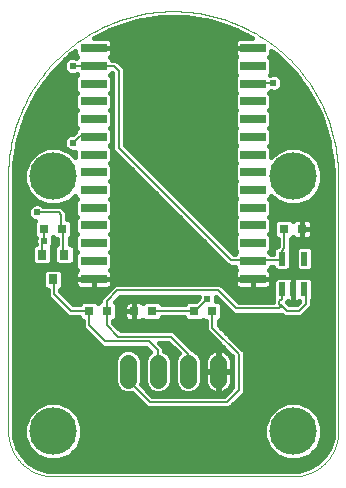
<source format=gtl>
G75*
%MOIN*%
%OFA0B0*%
%FSLAX25Y25*%
%IPPOS*%
%LPD*%
%AMOC8*
5,1,8,0,0,1.08239X$1,22.5*
%
%ADD10R,0.03150X0.03543*%
%ADD11C,0.00000*%
%ADD12C,0.05543*%
%ADD13C,0.15811*%
%ADD14R,0.02165X0.04724*%
%ADD15R,0.08661X0.03150*%
%ADD16R,0.03150X0.03150*%
%ADD17C,0.01600*%
%ADD18C,0.02400*%
%ADD19C,0.00600*%
D10*
X0021800Y0084675D03*
X0018060Y0092943D03*
X0025540Y0092943D03*
D11*
X0006800Y0119006D02*
X0006800Y0034006D01*
X0006804Y0033644D01*
X0006818Y0033281D01*
X0006839Y0032919D01*
X0006870Y0032558D01*
X0006909Y0032198D01*
X0006957Y0031839D01*
X0007014Y0031481D01*
X0007079Y0031124D01*
X0007153Y0030769D01*
X0007236Y0030416D01*
X0007327Y0030065D01*
X0007426Y0029717D01*
X0007534Y0029371D01*
X0007650Y0029027D01*
X0007775Y0028687D01*
X0007907Y0028350D01*
X0008048Y0028016D01*
X0008197Y0027685D01*
X0008354Y0027358D01*
X0008518Y0027035D01*
X0008690Y0026716D01*
X0008870Y0026402D01*
X0009058Y0026091D01*
X0009253Y0025786D01*
X0009455Y0025485D01*
X0009665Y0025189D01*
X0009881Y0024899D01*
X0010105Y0024613D01*
X0010335Y0024333D01*
X0010572Y0024059D01*
X0010816Y0023791D01*
X0011066Y0023528D01*
X0011322Y0023272D01*
X0011585Y0023022D01*
X0011853Y0022778D01*
X0012127Y0022541D01*
X0012407Y0022311D01*
X0012693Y0022087D01*
X0012983Y0021871D01*
X0013279Y0021661D01*
X0013580Y0021459D01*
X0013885Y0021264D01*
X0014196Y0021076D01*
X0014510Y0020896D01*
X0014829Y0020724D01*
X0015152Y0020560D01*
X0015479Y0020403D01*
X0015810Y0020254D01*
X0016144Y0020113D01*
X0016481Y0019981D01*
X0016821Y0019856D01*
X0017165Y0019740D01*
X0017511Y0019632D01*
X0017859Y0019533D01*
X0018210Y0019442D01*
X0018563Y0019359D01*
X0018918Y0019285D01*
X0019275Y0019220D01*
X0019633Y0019163D01*
X0019992Y0019115D01*
X0020352Y0019076D01*
X0020713Y0019045D01*
X0021075Y0019024D01*
X0021438Y0019010D01*
X0021800Y0019006D01*
X0101800Y0019006D01*
X0102162Y0019010D01*
X0102525Y0019024D01*
X0102887Y0019045D01*
X0103248Y0019076D01*
X0103608Y0019115D01*
X0103967Y0019163D01*
X0104325Y0019220D01*
X0104682Y0019285D01*
X0105037Y0019359D01*
X0105390Y0019442D01*
X0105741Y0019533D01*
X0106089Y0019632D01*
X0106435Y0019740D01*
X0106779Y0019856D01*
X0107119Y0019981D01*
X0107456Y0020113D01*
X0107790Y0020254D01*
X0108121Y0020403D01*
X0108448Y0020560D01*
X0108771Y0020724D01*
X0109090Y0020896D01*
X0109404Y0021076D01*
X0109715Y0021264D01*
X0110020Y0021459D01*
X0110321Y0021661D01*
X0110617Y0021871D01*
X0110907Y0022087D01*
X0111193Y0022311D01*
X0111473Y0022541D01*
X0111747Y0022778D01*
X0112015Y0023022D01*
X0112278Y0023272D01*
X0112534Y0023528D01*
X0112784Y0023791D01*
X0113028Y0024059D01*
X0113265Y0024333D01*
X0113495Y0024613D01*
X0113719Y0024899D01*
X0113935Y0025189D01*
X0114145Y0025485D01*
X0114347Y0025786D01*
X0114542Y0026091D01*
X0114730Y0026402D01*
X0114910Y0026716D01*
X0115082Y0027035D01*
X0115246Y0027358D01*
X0115403Y0027685D01*
X0115552Y0028016D01*
X0115693Y0028350D01*
X0115825Y0028687D01*
X0115950Y0029027D01*
X0116066Y0029371D01*
X0116174Y0029717D01*
X0116273Y0030065D01*
X0116364Y0030416D01*
X0116447Y0030769D01*
X0116521Y0031124D01*
X0116586Y0031481D01*
X0116643Y0031839D01*
X0116691Y0032198D01*
X0116730Y0032558D01*
X0116761Y0032919D01*
X0116782Y0033281D01*
X0116796Y0033644D01*
X0116800Y0034006D01*
X0116800Y0119006D01*
X0116784Y0120345D01*
X0116735Y0121684D01*
X0116653Y0123021D01*
X0116539Y0124355D01*
X0116393Y0125687D01*
X0116214Y0127014D01*
X0116003Y0128337D01*
X0115759Y0129654D01*
X0115484Y0130965D01*
X0115177Y0132268D01*
X0114838Y0133564D01*
X0114468Y0134851D01*
X0114067Y0136129D01*
X0113634Y0137397D01*
X0113171Y0138654D01*
X0112677Y0139899D01*
X0112153Y0141132D01*
X0111600Y0142351D01*
X0111016Y0143557D01*
X0110404Y0144748D01*
X0109763Y0145924D01*
X0109093Y0147084D01*
X0108395Y0148227D01*
X0107670Y0149353D01*
X0106917Y0150461D01*
X0106138Y0151551D01*
X0105332Y0152621D01*
X0104501Y0153671D01*
X0103644Y0154700D01*
X0102762Y0155709D01*
X0101857Y0156695D01*
X0100927Y0157659D01*
X0099974Y0158601D01*
X0098999Y0159519D01*
X0098001Y0160412D01*
X0096982Y0161282D01*
X0095942Y0162126D01*
X0094882Y0162944D01*
X0093802Y0163737D01*
X0092704Y0164503D01*
X0091586Y0165242D01*
X0090452Y0165954D01*
X0089300Y0166637D01*
X0088132Y0167293D01*
X0086948Y0167920D01*
X0085750Y0168518D01*
X0084537Y0169086D01*
X0083311Y0169625D01*
X0082072Y0170134D01*
X0080821Y0170612D01*
X0079558Y0171060D01*
X0078286Y0171477D01*
X0077003Y0171863D01*
X0075711Y0172218D01*
X0074411Y0172541D01*
X0073104Y0172832D01*
X0071790Y0173091D01*
X0070470Y0173318D01*
X0069145Y0173513D01*
X0067815Y0173676D01*
X0066482Y0173806D01*
X0065147Y0173904D01*
X0063809Y0173969D01*
X0062470Y0174002D01*
X0061130Y0174002D01*
X0059791Y0173969D01*
X0058453Y0173904D01*
X0057118Y0173806D01*
X0055785Y0173676D01*
X0054455Y0173513D01*
X0053130Y0173318D01*
X0051810Y0173091D01*
X0050496Y0172832D01*
X0049189Y0172541D01*
X0047889Y0172218D01*
X0046597Y0171863D01*
X0045314Y0171477D01*
X0044042Y0171060D01*
X0042779Y0170612D01*
X0041528Y0170134D01*
X0040289Y0169625D01*
X0039063Y0169086D01*
X0037850Y0168518D01*
X0036652Y0167920D01*
X0035468Y0167293D01*
X0034300Y0166637D01*
X0033148Y0165954D01*
X0032014Y0165242D01*
X0030896Y0164503D01*
X0029798Y0163737D01*
X0028718Y0162944D01*
X0027658Y0162126D01*
X0026618Y0161282D01*
X0025599Y0160412D01*
X0024601Y0159519D01*
X0023626Y0158601D01*
X0022673Y0157659D01*
X0021743Y0156695D01*
X0020838Y0155709D01*
X0019956Y0154700D01*
X0019099Y0153671D01*
X0018268Y0152621D01*
X0017462Y0151551D01*
X0016683Y0150461D01*
X0015930Y0149353D01*
X0015205Y0148227D01*
X0014507Y0147084D01*
X0013837Y0145924D01*
X0013196Y0144748D01*
X0012584Y0143557D01*
X0012000Y0142351D01*
X0011447Y0141132D01*
X0010923Y0139899D01*
X0010429Y0138654D01*
X0009966Y0137397D01*
X0009533Y0136129D01*
X0009132Y0134851D01*
X0008762Y0133564D01*
X0008423Y0132268D01*
X0008116Y0130965D01*
X0007841Y0129654D01*
X0007597Y0128337D01*
X0007386Y0127014D01*
X0007207Y0125687D01*
X0007061Y0124355D01*
X0006947Y0123021D01*
X0006865Y0121684D01*
X0006816Y0120345D01*
X0006800Y0119006D01*
D12*
X0046800Y0056778D02*
X0046800Y0051234D01*
X0056800Y0051234D02*
X0056800Y0056778D01*
X0066800Y0056778D02*
X0066800Y0051234D01*
X0076800Y0051234D02*
X0076800Y0056778D01*
D13*
X0101800Y0034006D03*
X0101800Y0119006D03*
X0021800Y0119006D03*
X0021800Y0034006D03*
D14*
X0098060Y0081388D03*
X0101800Y0081388D03*
X0105540Y0081388D03*
X0105540Y0091624D03*
X0098060Y0091624D03*
D15*
X0088375Y0090856D03*
X0088375Y0084951D03*
X0088375Y0096762D03*
X0088375Y0102667D03*
X0088375Y0108573D03*
X0088375Y0114478D03*
X0088375Y0120384D03*
X0088375Y0126289D03*
X0088375Y0132195D03*
X0088375Y0138100D03*
X0088375Y0144006D03*
X0088375Y0149911D03*
X0088375Y0155817D03*
X0088375Y0161722D03*
X0035225Y0161722D03*
X0035225Y0155817D03*
X0035225Y0149911D03*
X0035225Y0144006D03*
X0035225Y0138100D03*
X0035225Y0132195D03*
X0035225Y0126289D03*
X0035225Y0120384D03*
X0035225Y0114478D03*
X0035225Y0108573D03*
X0035225Y0102667D03*
X0035225Y0096762D03*
X0035225Y0090856D03*
X0035225Y0084951D03*
D16*
X0033847Y0074006D03*
X0039753Y0074006D03*
X0048847Y0074006D03*
X0054753Y0074006D03*
X0068847Y0074006D03*
X0074753Y0074006D03*
X0098847Y0101506D03*
X0104753Y0101506D03*
X0024753Y0101506D03*
X0018847Y0101506D03*
D17*
X0013497Y0023801D02*
X0110103Y0023801D01*
X0109836Y0023534D02*
X0112272Y0025970D01*
X0113995Y0028954D01*
X0114887Y0032283D01*
X0115000Y0034006D01*
X0115000Y0119006D01*
X0114836Y0123180D01*
X0113530Y0131425D01*
X0110950Y0139365D01*
X0107160Y0146803D01*
X0102254Y0153557D01*
X0096351Y0159459D01*
X0094505Y0160800D01*
X0094505Y0159911D01*
X0094383Y0159453D01*
X0094146Y0159042D01*
X0093873Y0158770D01*
X0094505Y0158137D01*
X0094505Y0153497D01*
X0093940Y0152931D01*
X0094603Y0153206D01*
X0095797Y0153206D01*
X0096899Y0152749D01*
X0097743Y0151905D01*
X0098200Y0150803D01*
X0098200Y0149609D01*
X0097743Y0148507D01*
X0096899Y0147663D01*
X0095797Y0147206D01*
X0094603Y0147206D01*
X0094262Y0147347D01*
X0093873Y0146959D01*
X0094505Y0146326D01*
X0094505Y0141686D01*
X0093873Y0141053D01*
X0094505Y0140421D01*
X0094505Y0135780D01*
X0093873Y0135148D01*
X0094505Y0134515D01*
X0094505Y0129874D01*
X0093873Y0129242D01*
X0094505Y0128610D01*
X0094505Y0125437D01*
X0096302Y0127234D01*
X0099869Y0128711D01*
X0103731Y0128711D01*
X0107298Y0127234D01*
X0110028Y0124504D01*
X0111505Y0120936D01*
X0111505Y0117075D01*
X0110028Y0113508D01*
X0107298Y0110778D01*
X0103731Y0109300D01*
X0099869Y0109300D01*
X0096302Y0110778D01*
X0094505Y0112575D01*
X0094505Y0112158D01*
X0093873Y0111526D01*
X0094505Y0110893D01*
X0094505Y0106252D01*
X0093873Y0105620D01*
X0094505Y0104988D01*
X0094505Y0100347D01*
X0093873Y0099715D01*
X0094505Y0099082D01*
X0094505Y0094441D01*
X0093873Y0093809D01*
X0094505Y0093177D01*
X0094505Y0093106D01*
X0095177Y0093106D01*
X0095177Y0094732D01*
X0096232Y0095786D01*
X0096610Y0095786D01*
X0096700Y0095876D01*
X0096700Y0098131D01*
X0096527Y0098131D01*
X0095472Y0099186D01*
X0095472Y0103826D01*
X0096527Y0104881D01*
X0101168Y0104881D01*
X0101800Y0104248D01*
X0102073Y0104521D01*
X0102483Y0104758D01*
X0102941Y0104881D01*
X0104753Y0104881D01*
X0104753Y0101506D01*
X0108128Y0101506D01*
X0108128Y0103318D01*
X0108005Y0103775D01*
X0107768Y0104186D01*
X0107433Y0104521D01*
X0107022Y0104758D01*
X0106565Y0104881D01*
X0104753Y0104881D01*
X0104753Y0101506D01*
X0104753Y0101506D01*
X0104753Y0101506D01*
X0108128Y0101506D01*
X0108128Y0099694D01*
X0108005Y0099236D01*
X0107768Y0098826D01*
X0107433Y0098491D01*
X0107022Y0098254D01*
X0106565Y0098131D01*
X0104753Y0098131D01*
X0104753Y0101506D01*
X0104753Y0101506D01*
X0104753Y0098131D01*
X0102941Y0098131D01*
X0102483Y0098254D01*
X0102073Y0098491D01*
X0101800Y0098763D01*
X0101168Y0098131D01*
X0100900Y0098131D01*
X0100900Y0094774D01*
X0100943Y0094732D01*
X0100943Y0088516D01*
X0099888Y0087462D01*
X0096232Y0087462D01*
X0095177Y0088516D01*
X0095177Y0088906D01*
X0094505Y0088906D01*
X0094505Y0088536D01*
X0093873Y0087904D01*
X0094146Y0087631D01*
X0094383Y0087220D01*
X0094505Y0086763D01*
X0094505Y0084951D01*
X0088375Y0084951D01*
X0088375Y0084951D01*
X0094505Y0084951D01*
X0094505Y0083139D01*
X0094383Y0082681D01*
X0094146Y0082271D01*
X0093811Y0081936D01*
X0093400Y0081699D01*
X0092942Y0081576D01*
X0088375Y0081576D01*
X0088375Y0084951D01*
X0088375Y0084951D01*
X0082244Y0084951D01*
X0082244Y0086763D01*
X0082367Y0087220D01*
X0082604Y0087631D01*
X0082876Y0087904D01*
X0082244Y0088536D01*
X0082244Y0088906D01*
X0080330Y0088906D01*
X0042730Y0126506D01*
X0041500Y0127736D01*
X0041500Y0153336D01*
X0041348Y0153488D01*
X0040724Y0152864D01*
X0041356Y0152232D01*
X0041356Y0147591D01*
X0040724Y0146959D01*
X0041356Y0146326D01*
X0041356Y0141686D01*
X0040724Y0141053D01*
X0041356Y0140421D01*
X0041356Y0135780D01*
X0040724Y0135148D01*
X0041356Y0134515D01*
X0041356Y0129874D01*
X0040724Y0129242D01*
X0041356Y0128610D01*
X0041356Y0123969D01*
X0040724Y0123337D01*
X0041356Y0122704D01*
X0041356Y0118063D01*
X0040724Y0117431D01*
X0041356Y0116799D01*
X0041356Y0112158D01*
X0040724Y0111526D01*
X0041356Y0110893D01*
X0041356Y0106252D01*
X0040724Y0105620D01*
X0041356Y0104988D01*
X0041356Y0100347D01*
X0040724Y0099715D01*
X0041356Y0099082D01*
X0041356Y0094441D01*
X0040724Y0093809D01*
X0041356Y0093177D01*
X0041356Y0088536D01*
X0040724Y0087904D01*
X0040996Y0087631D01*
X0041233Y0087220D01*
X0041356Y0086763D01*
X0041356Y0084951D01*
X0035225Y0084951D01*
X0035225Y0084951D01*
X0029094Y0084951D01*
X0029094Y0086763D01*
X0029217Y0087220D01*
X0029454Y0087631D01*
X0029727Y0087904D01*
X0029094Y0088536D01*
X0029094Y0093177D01*
X0029727Y0093809D01*
X0029094Y0094441D01*
X0029094Y0099082D01*
X0029727Y0099715D01*
X0029094Y0100347D01*
X0029094Y0104988D01*
X0029727Y0105620D01*
X0029094Y0106252D01*
X0029094Y0110893D01*
X0029727Y0111526D01*
X0029094Y0112158D01*
X0029094Y0112575D01*
X0027298Y0110778D01*
X0023731Y0109300D01*
X0019869Y0109300D01*
X0016302Y0110778D01*
X0013572Y0113508D01*
X0012094Y0117075D01*
X0012094Y0120936D01*
X0013572Y0124504D01*
X0016302Y0127234D01*
X0019869Y0128711D01*
X0023731Y0128711D01*
X0027298Y0127234D01*
X0029094Y0125437D01*
X0029094Y0127246D01*
X0028997Y0127206D01*
X0027803Y0127206D01*
X0026701Y0127663D01*
X0025857Y0128507D01*
X0025400Y0129609D01*
X0025400Y0130803D01*
X0025857Y0131905D01*
X0026701Y0132749D01*
X0027803Y0133206D01*
X0028430Y0133206D01*
X0028700Y0133476D01*
X0029094Y0133870D01*
X0029094Y0134515D01*
X0029727Y0135148D01*
X0029094Y0135780D01*
X0029094Y0140421D01*
X0029727Y0141053D01*
X0029094Y0141686D01*
X0029094Y0146326D01*
X0029727Y0146959D01*
X0029094Y0147591D01*
X0029094Y0152232D01*
X0029727Y0152864D01*
X0029554Y0153037D01*
X0028997Y0152806D01*
X0027803Y0152806D01*
X0026701Y0153263D01*
X0025857Y0154107D01*
X0025400Y0155209D01*
X0025400Y0156403D01*
X0025857Y0157505D01*
X0026701Y0158349D01*
X0027803Y0158806D01*
X0028997Y0158806D01*
X0029539Y0158581D01*
X0029727Y0158770D01*
X0029454Y0159042D01*
X0029217Y0159453D01*
X0029094Y0159911D01*
X0029094Y0160800D01*
X0027249Y0159459D01*
X0021346Y0153557D01*
X0016440Y0146803D01*
X0012650Y0139365D01*
X0010070Y0131425D01*
X0008764Y0123180D01*
X0008600Y0119006D01*
X0008600Y0034006D01*
X0008713Y0032283D01*
X0009605Y0028954D01*
X0011328Y0025970D01*
X0013764Y0023534D01*
X0016749Y0021811D01*
X0020077Y0020919D01*
X0021800Y0020806D01*
X0101800Y0020806D01*
X0103523Y0020919D01*
X0106851Y0021811D01*
X0109836Y0023534D01*
X0108518Y0026998D02*
X0112866Y0026998D01*
X0113789Y0028597D02*
X0110065Y0028597D01*
X0110028Y0028508D02*
X0111505Y0032075D01*
X0111505Y0035936D01*
X0110028Y0039504D01*
X0107298Y0042234D01*
X0103731Y0043711D01*
X0099869Y0043711D01*
X0096302Y0042234D01*
X0093572Y0039504D01*
X0092094Y0035936D01*
X0092094Y0032075D01*
X0093572Y0028508D01*
X0096302Y0025778D01*
X0099869Y0024300D01*
X0103731Y0024300D01*
X0107298Y0025778D01*
X0110028Y0028508D01*
X0110727Y0030195D02*
X0114328Y0030195D01*
X0114756Y0031794D02*
X0111389Y0031794D01*
X0111505Y0033393D02*
X0114960Y0033393D01*
X0115000Y0034991D02*
X0111505Y0034991D01*
X0111235Y0036590D02*
X0115000Y0036590D01*
X0115000Y0038188D02*
X0110573Y0038188D01*
X0109745Y0039787D02*
X0115000Y0039787D01*
X0115000Y0041385D02*
X0108146Y0041385D01*
X0105488Y0042984D02*
X0115000Y0042984D01*
X0115000Y0044582D02*
X0083346Y0044582D01*
X0081748Y0042984D02*
X0098112Y0042984D01*
X0095453Y0041385D02*
X0028146Y0041385D01*
X0027298Y0042234D02*
X0023731Y0043711D01*
X0019869Y0043711D01*
X0016302Y0042234D01*
X0013572Y0039504D01*
X0012094Y0035936D01*
X0012094Y0032075D01*
X0013572Y0028508D01*
X0016302Y0025778D01*
X0019869Y0024300D01*
X0023731Y0024300D01*
X0027298Y0025778D01*
X0030028Y0028508D01*
X0031505Y0032075D01*
X0031505Y0035936D01*
X0030028Y0039504D01*
X0027298Y0042234D01*
X0025488Y0042984D02*
X0051852Y0042984D01*
X0053130Y0041706D02*
X0080470Y0041706D01*
X0081700Y0042936D01*
X0085700Y0046936D01*
X0085700Y0060676D01*
X0084470Y0061906D01*
X0076900Y0069476D01*
X0076900Y0070631D01*
X0077073Y0070631D01*
X0078128Y0071686D01*
X0078128Y0076326D01*
X0077073Y0077381D01*
X0076105Y0077381D01*
X0076200Y0077609D01*
X0076200Y0078636D01*
X0081930Y0072906D01*
X0097930Y0072906D01*
X0098730Y0072106D01*
X0104470Y0072106D01*
X0106870Y0074506D01*
X0108100Y0075736D01*
X0108100Y0077957D01*
X0108423Y0078280D01*
X0108423Y0084496D01*
X0107368Y0085550D01*
X0103712Y0085550D01*
X0103585Y0085423D01*
X0103577Y0085427D01*
X0103120Y0085550D01*
X0101800Y0085550D01*
X0101800Y0081388D01*
X0101800Y0081388D01*
X0101800Y0085550D01*
X0100480Y0085550D01*
X0100023Y0085427D01*
X0100015Y0085423D01*
X0099888Y0085550D01*
X0096232Y0085550D01*
X0095177Y0084496D01*
X0095177Y0078353D01*
X0095100Y0078276D01*
X0095100Y0077106D01*
X0083670Y0077106D01*
X0078900Y0081876D01*
X0077670Y0083106D01*
X0042330Y0083106D01*
X0038730Y0079506D01*
X0037500Y0078276D01*
X0037500Y0077381D01*
X0037432Y0077381D01*
X0036800Y0076748D01*
X0036168Y0077381D01*
X0031527Y0077381D01*
X0030472Y0076326D01*
X0030472Y0076306D01*
X0028470Y0076306D01*
X0024100Y0080676D01*
X0024100Y0081104D01*
X0024120Y0081104D01*
X0025175Y0082158D01*
X0025175Y0087192D01*
X0024120Y0088247D01*
X0019480Y0088247D01*
X0018425Y0087192D01*
X0018425Y0082158D01*
X0019480Y0081104D01*
X0019900Y0081104D01*
X0019900Y0078936D01*
X0021130Y0077706D01*
X0026730Y0072106D01*
X0030472Y0072106D01*
X0030472Y0071686D01*
X0031527Y0070631D01*
X0031700Y0070631D01*
X0031700Y0068536D01*
X0037100Y0063136D01*
X0038330Y0061906D01*
X0052730Y0061906D01*
X0054097Y0060539D01*
X0052924Y0059367D01*
X0052228Y0057687D01*
X0052228Y0050325D01*
X0052924Y0048645D01*
X0054210Y0047359D01*
X0055891Y0046663D01*
X0057709Y0046663D01*
X0059390Y0047359D01*
X0060676Y0048645D01*
X0061372Y0050325D01*
X0061372Y0057687D01*
X0060676Y0059367D01*
X0059390Y0060653D01*
X0058700Y0060939D01*
X0058700Y0061876D01*
X0057470Y0063106D01*
X0057070Y0063506D01*
X0060130Y0063506D01*
X0063597Y0060039D01*
X0062924Y0059367D01*
X0062228Y0057687D01*
X0062228Y0050325D01*
X0062924Y0048645D01*
X0064210Y0047359D01*
X0065891Y0046663D01*
X0067709Y0046663D01*
X0069390Y0047359D01*
X0070676Y0048645D01*
X0071372Y0050325D01*
X0071372Y0057687D01*
X0070676Y0059367D01*
X0069390Y0060653D01*
X0068592Y0060983D01*
X0067670Y0061906D01*
X0061870Y0067706D01*
X0044270Y0067706D01*
X0041700Y0070276D01*
X0041700Y0070631D01*
X0042073Y0070631D01*
X0043128Y0071686D01*
X0043128Y0076326D01*
X0042309Y0077145D01*
X0044070Y0078906D01*
X0070243Y0078906D01*
X0070200Y0078803D01*
X0070200Y0078176D01*
X0069405Y0077381D01*
X0066527Y0077381D01*
X0065472Y0076326D01*
X0065472Y0076306D01*
X0058128Y0076306D01*
X0058128Y0076326D01*
X0057073Y0077381D01*
X0052432Y0077381D01*
X0051800Y0076748D01*
X0051527Y0077021D01*
X0051117Y0077258D01*
X0050659Y0077381D01*
X0048847Y0077381D01*
X0047035Y0077381D01*
X0046578Y0077258D01*
X0046167Y0077021D01*
X0045832Y0076686D01*
X0045595Y0076275D01*
X0045472Y0075818D01*
X0045472Y0074006D01*
X0048847Y0074006D01*
X0048847Y0074006D01*
X0048847Y0077381D01*
X0048847Y0074006D01*
X0048847Y0074006D01*
X0045472Y0074006D01*
X0045472Y0072194D01*
X0045595Y0071736D01*
X0045832Y0071326D01*
X0046167Y0070991D01*
X0046578Y0070754D01*
X0047035Y0070631D01*
X0048847Y0070631D01*
X0048847Y0074006D01*
X0048847Y0074006D01*
X0048847Y0070631D01*
X0050659Y0070631D01*
X0051117Y0070754D01*
X0051527Y0070991D01*
X0051800Y0071263D01*
X0052432Y0070631D01*
X0057073Y0070631D01*
X0058128Y0071686D01*
X0058128Y0072106D01*
X0065472Y0072106D01*
X0065472Y0071686D01*
X0066527Y0070631D01*
X0071168Y0070631D01*
X0071800Y0071263D01*
X0072432Y0070631D01*
X0072700Y0070631D01*
X0072700Y0067736D01*
X0081500Y0058936D01*
X0081500Y0048676D01*
X0078730Y0045906D01*
X0054870Y0045906D01*
X0051102Y0049674D01*
X0051372Y0050325D01*
X0051372Y0057687D01*
X0050676Y0059367D01*
X0049390Y0060653D01*
X0047709Y0061349D01*
X0045891Y0061349D01*
X0044210Y0060653D01*
X0042924Y0059367D01*
X0042228Y0057687D01*
X0042228Y0050325D01*
X0042924Y0048645D01*
X0044210Y0047359D01*
X0045891Y0046663D01*
X0047709Y0046663D01*
X0048038Y0046799D01*
X0053130Y0041706D01*
X0050254Y0044582D02*
X0008600Y0044582D01*
X0008600Y0042984D02*
X0018112Y0042984D01*
X0015453Y0041385D02*
X0008600Y0041385D01*
X0008600Y0039787D02*
X0013855Y0039787D01*
X0013027Y0038188D02*
X0008600Y0038188D01*
X0008600Y0036590D02*
X0012365Y0036590D01*
X0012094Y0034991D02*
X0008600Y0034991D01*
X0008640Y0033393D02*
X0012094Y0033393D01*
X0012211Y0031794D02*
X0008844Y0031794D01*
X0009272Y0030195D02*
X0012873Y0030195D01*
X0013535Y0028597D02*
X0009811Y0028597D01*
X0010734Y0026998D02*
X0015082Y0026998D01*
X0017215Y0025400D02*
X0011898Y0025400D01*
X0016069Y0022203D02*
X0107531Y0022203D01*
X0106385Y0025400D02*
X0111702Y0025400D01*
X0115000Y0046181D02*
X0084945Y0046181D01*
X0085700Y0047779D02*
X0115000Y0047779D01*
X0115000Y0049378D02*
X0085700Y0049378D01*
X0085700Y0050976D02*
X0115000Y0050976D01*
X0115000Y0052575D02*
X0085700Y0052575D01*
X0085700Y0054173D02*
X0115000Y0054173D01*
X0115000Y0055772D02*
X0085700Y0055772D01*
X0085700Y0057370D02*
X0115000Y0057370D01*
X0115000Y0058969D02*
X0085700Y0058969D01*
X0085700Y0060567D02*
X0115000Y0060567D01*
X0115000Y0062166D02*
X0084210Y0062166D01*
X0082612Y0063764D02*
X0115000Y0063764D01*
X0115000Y0065363D02*
X0081013Y0065363D01*
X0079414Y0066961D02*
X0115000Y0066961D01*
X0115000Y0068560D02*
X0077816Y0068560D01*
X0076900Y0070158D02*
X0115000Y0070158D01*
X0115000Y0071757D02*
X0078128Y0071757D01*
X0078128Y0073355D02*
X0081481Y0073355D01*
X0079882Y0074954D02*
X0078128Y0074954D01*
X0078284Y0076552D02*
X0077902Y0076552D01*
X0076685Y0078151D02*
X0076200Y0078151D01*
X0077829Y0082946D02*
X0082296Y0082946D01*
X0082244Y0083139D02*
X0082367Y0082681D01*
X0082604Y0082271D01*
X0082939Y0081936D01*
X0083349Y0081699D01*
X0083807Y0081576D01*
X0088375Y0081576D01*
X0088375Y0084951D01*
X0088375Y0084951D01*
X0082244Y0084951D01*
X0082244Y0083139D01*
X0082244Y0084545D02*
X0041356Y0084545D01*
X0041356Y0084951D02*
X0035225Y0084951D01*
X0029094Y0084951D01*
X0029094Y0083139D01*
X0029217Y0082681D01*
X0029454Y0082271D01*
X0029789Y0081936D01*
X0030200Y0081699D01*
X0030658Y0081576D01*
X0035225Y0081576D01*
X0035225Y0084951D01*
X0035225Y0084951D01*
X0035225Y0084951D01*
X0035225Y0081576D01*
X0039793Y0081576D01*
X0040251Y0081699D01*
X0040661Y0081936D01*
X0040996Y0082271D01*
X0041233Y0082681D01*
X0041356Y0083139D01*
X0041356Y0084951D01*
X0041356Y0086143D02*
X0082244Y0086143D01*
X0082715Y0087742D02*
X0040885Y0087742D01*
X0041356Y0089340D02*
X0079896Y0089340D01*
X0078297Y0090939D02*
X0041356Y0090939D01*
X0041356Y0092537D02*
X0076699Y0092537D01*
X0075100Y0094136D02*
X0041050Y0094136D01*
X0041356Y0095734D02*
X0073502Y0095734D01*
X0071903Y0097333D02*
X0041356Y0097333D01*
X0041356Y0098931D02*
X0070305Y0098931D01*
X0068706Y0100530D02*
X0041356Y0100530D01*
X0041356Y0102128D02*
X0067108Y0102128D01*
X0065509Y0103727D02*
X0041356Y0103727D01*
X0041018Y0105326D02*
X0063911Y0105326D01*
X0062312Y0106924D02*
X0041356Y0106924D01*
X0041356Y0108523D02*
X0060714Y0108523D01*
X0059115Y0110121D02*
X0041356Y0110121D01*
X0040918Y0111720D02*
X0057516Y0111720D01*
X0055918Y0113318D02*
X0041356Y0113318D01*
X0041356Y0114917D02*
X0054319Y0114917D01*
X0052721Y0116515D02*
X0041356Y0116515D01*
X0041356Y0118114D02*
X0051122Y0118114D01*
X0049524Y0119712D02*
X0041356Y0119712D01*
X0041356Y0121311D02*
X0047925Y0121311D01*
X0046327Y0122909D02*
X0041151Y0122909D01*
X0041356Y0124508D02*
X0044728Y0124508D01*
X0043130Y0126106D02*
X0041356Y0126106D01*
X0041356Y0127705D02*
X0041531Y0127705D01*
X0041500Y0129303D02*
X0040785Y0129303D01*
X0041356Y0130902D02*
X0041500Y0130902D01*
X0041500Y0132500D02*
X0041356Y0132500D01*
X0041356Y0134099D02*
X0041500Y0134099D01*
X0041500Y0135697D02*
X0041273Y0135697D01*
X0041356Y0137296D02*
X0041500Y0137296D01*
X0041500Y0138894D02*
X0041356Y0138894D01*
X0041284Y0140493D02*
X0041500Y0140493D01*
X0041500Y0142091D02*
X0041356Y0142091D01*
X0041356Y0143690D02*
X0041500Y0143690D01*
X0041500Y0145288D02*
X0041356Y0145288D01*
X0041500Y0146887D02*
X0040795Y0146887D01*
X0041356Y0148485D02*
X0041500Y0148485D01*
X0041500Y0150084D02*
X0041356Y0150084D01*
X0041356Y0151682D02*
X0041500Y0151682D01*
X0041500Y0153281D02*
X0041140Y0153281D01*
X0044298Y0156478D02*
X0082244Y0156478D01*
X0082244Y0158076D02*
X0041356Y0158076D01*
X0041356Y0158137D02*
X0041356Y0157906D01*
X0042870Y0157906D01*
X0044100Y0156676D01*
X0045700Y0155076D01*
X0045700Y0129476D01*
X0082070Y0093106D01*
X0082244Y0093106D01*
X0082244Y0093177D01*
X0082876Y0093809D01*
X0082244Y0094441D01*
X0082244Y0099082D01*
X0082876Y0099715D01*
X0082244Y0100347D01*
X0082244Y0104988D01*
X0082876Y0105620D01*
X0082244Y0106252D01*
X0082244Y0110893D01*
X0082876Y0111526D01*
X0082244Y0112158D01*
X0082244Y0116799D01*
X0082876Y0117431D01*
X0082244Y0118063D01*
X0082244Y0122704D01*
X0082876Y0123337D01*
X0082244Y0123969D01*
X0082244Y0128610D01*
X0082876Y0129242D01*
X0082244Y0129874D01*
X0082244Y0134515D01*
X0082876Y0135148D01*
X0082244Y0135780D01*
X0082244Y0140421D01*
X0082876Y0141053D01*
X0082244Y0141686D01*
X0082244Y0146326D01*
X0082876Y0146959D01*
X0082244Y0147591D01*
X0082244Y0152232D01*
X0082876Y0152864D01*
X0082244Y0153497D01*
X0082244Y0158137D01*
X0082876Y0158770D01*
X0082604Y0159042D01*
X0082367Y0159453D01*
X0082244Y0159911D01*
X0082244Y0161722D01*
X0088375Y0161722D01*
X0088375Y0161722D01*
X0082244Y0161722D01*
X0082244Y0163534D01*
X0082367Y0163992D01*
X0082604Y0164402D01*
X0082939Y0164738D01*
X0083349Y0164975D01*
X0083807Y0165097D01*
X0088163Y0165097D01*
X0082159Y0168156D01*
X0074219Y0170736D01*
X0065974Y0172042D01*
X0057626Y0172042D01*
X0049381Y0170736D01*
X0041441Y0168156D01*
X0035437Y0165097D01*
X0039793Y0165097D01*
X0040251Y0164975D01*
X0040661Y0164738D01*
X0040996Y0164402D01*
X0041233Y0163992D01*
X0041356Y0163534D01*
X0041356Y0161722D01*
X0035225Y0161722D01*
X0035225Y0161722D01*
X0041356Y0161722D01*
X0041356Y0159911D01*
X0041233Y0159453D01*
X0040996Y0159042D01*
X0040724Y0158770D01*
X0041356Y0158137D01*
X0041293Y0159675D02*
X0082307Y0159675D01*
X0082244Y0161273D02*
X0041356Y0161273D01*
X0041356Y0162872D02*
X0082244Y0162872D01*
X0082672Y0164470D02*
X0040928Y0164470D01*
X0040482Y0167667D02*
X0083118Y0167667D01*
X0086255Y0166069D02*
X0037345Y0166069D01*
X0044856Y0169266D02*
X0078744Y0169266D01*
X0073408Y0170864D02*
X0050192Y0170864D01*
X0045700Y0154879D02*
X0082244Y0154879D01*
X0082460Y0153281D02*
X0045700Y0153281D01*
X0045700Y0151682D02*
X0082244Y0151682D01*
X0082244Y0150084D02*
X0045700Y0150084D01*
X0045700Y0148485D02*
X0082244Y0148485D01*
X0082805Y0146887D02*
X0045700Y0146887D01*
X0045700Y0145288D02*
X0082244Y0145288D01*
X0082244Y0143690D02*
X0045700Y0143690D01*
X0045700Y0142091D02*
X0082244Y0142091D01*
X0082316Y0140493D02*
X0045700Y0140493D01*
X0045700Y0138894D02*
X0082244Y0138894D01*
X0082244Y0137296D02*
X0045700Y0137296D01*
X0045700Y0135697D02*
X0082327Y0135697D01*
X0082244Y0134099D02*
X0045700Y0134099D01*
X0045700Y0132500D02*
X0082244Y0132500D01*
X0082244Y0130902D02*
X0045700Y0130902D01*
X0045873Y0129303D02*
X0082815Y0129303D01*
X0082244Y0127705D02*
X0047471Y0127705D01*
X0049070Y0126106D02*
X0082244Y0126106D01*
X0082244Y0124508D02*
X0050668Y0124508D01*
X0052267Y0122909D02*
X0082449Y0122909D01*
X0082244Y0121311D02*
X0053865Y0121311D01*
X0055464Y0119712D02*
X0082244Y0119712D01*
X0082244Y0118114D02*
X0057062Y0118114D01*
X0058661Y0116515D02*
X0082244Y0116515D01*
X0082244Y0114917D02*
X0060259Y0114917D01*
X0061858Y0113318D02*
X0082244Y0113318D01*
X0082682Y0111720D02*
X0063456Y0111720D01*
X0065055Y0110121D02*
X0082244Y0110121D01*
X0082244Y0108523D02*
X0066653Y0108523D01*
X0068252Y0106924D02*
X0082244Y0106924D01*
X0082582Y0105326D02*
X0069850Y0105326D01*
X0071449Y0103727D02*
X0082244Y0103727D01*
X0082244Y0102128D02*
X0073047Y0102128D01*
X0074646Y0100530D02*
X0082244Y0100530D01*
X0082244Y0098931D02*
X0076244Y0098931D01*
X0077843Y0097333D02*
X0082244Y0097333D01*
X0082244Y0095734D02*
X0079441Y0095734D01*
X0081040Y0094136D02*
X0082550Y0094136D01*
X0088375Y0084545D02*
X0088375Y0084545D01*
X0088375Y0082946D02*
X0088375Y0082946D01*
X0094454Y0082946D02*
X0095177Y0082946D01*
X0095177Y0081348D02*
X0079428Y0081348D01*
X0081026Y0079749D02*
X0095177Y0079749D01*
X0095100Y0078151D02*
X0082625Y0078151D01*
X0075073Y0065363D02*
X0064213Y0065363D01*
X0062614Y0066961D02*
X0073475Y0066961D01*
X0072700Y0068560D02*
X0043416Y0068560D01*
X0043128Y0071757D02*
X0045590Y0071757D01*
X0045472Y0073355D02*
X0043128Y0073355D01*
X0043128Y0074954D02*
X0045472Y0074954D01*
X0045755Y0076552D02*
X0042902Y0076552D01*
X0043315Y0078151D02*
X0070175Y0078151D01*
X0065698Y0076552D02*
X0057902Y0076552D01*
X0058128Y0071757D02*
X0065472Y0071757D01*
X0065812Y0063764D02*
X0076672Y0063764D01*
X0078270Y0062166D02*
X0067410Y0062166D01*
X0069476Y0060567D02*
X0074238Y0060567D01*
X0074404Y0060688D02*
X0073822Y0060265D01*
X0073313Y0059756D01*
X0072890Y0059174D01*
X0072563Y0058532D01*
X0072341Y0057848D01*
X0072228Y0057137D01*
X0072228Y0054092D01*
X0076714Y0054092D01*
X0076714Y0061349D01*
X0076440Y0061349D01*
X0075729Y0061237D01*
X0075045Y0061014D01*
X0074404Y0060688D01*
X0076714Y0060567D02*
X0076886Y0060567D01*
X0076886Y0061349D02*
X0076886Y0054092D01*
X0076714Y0054092D01*
X0076714Y0053920D01*
X0072228Y0053920D01*
X0072228Y0050874D01*
X0072341Y0050164D01*
X0072563Y0049479D01*
X0072890Y0048838D01*
X0073313Y0048256D01*
X0073822Y0047747D01*
X0074404Y0047324D01*
X0075045Y0046998D01*
X0075729Y0046775D01*
X0076440Y0046663D01*
X0076714Y0046663D01*
X0076714Y0053920D01*
X0076886Y0053920D01*
X0076886Y0054092D01*
X0081372Y0054092D01*
X0081372Y0057137D01*
X0081259Y0057848D01*
X0081037Y0058532D01*
X0080710Y0059174D01*
X0080287Y0059756D01*
X0079778Y0060265D01*
X0079196Y0060688D01*
X0078555Y0061014D01*
X0077871Y0061237D01*
X0077160Y0061349D01*
X0076886Y0061349D01*
X0076886Y0058969D02*
X0076714Y0058969D01*
X0076714Y0057370D02*
X0076886Y0057370D01*
X0076886Y0055772D02*
X0076714Y0055772D01*
X0076714Y0054173D02*
X0076886Y0054173D01*
X0076886Y0053920D02*
X0081372Y0053920D01*
X0081372Y0050874D01*
X0081259Y0050164D01*
X0081037Y0049479D01*
X0080710Y0048838D01*
X0080287Y0048256D01*
X0079778Y0047747D01*
X0079196Y0047324D01*
X0078555Y0046998D01*
X0077871Y0046775D01*
X0077160Y0046663D01*
X0076886Y0046663D01*
X0076886Y0053920D01*
X0076886Y0052575D02*
X0076714Y0052575D01*
X0076714Y0050976D02*
X0076886Y0050976D01*
X0076886Y0049378D02*
X0076714Y0049378D01*
X0076714Y0047779D02*
X0076886Y0047779D01*
X0079005Y0046181D02*
X0054595Y0046181D01*
X0053790Y0047779D02*
X0052997Y0047779D01*
X0052621Y0049378D02*
X0051398Y0049378D01*
X0051372Y0050976D02*
X0052228Y0050976D01*
X0052228Y0052575D02*
X0051372Y0052575D01*
X0051372Y0054173D02*
X0052228Y0054173D01*
X0052228Y0055772D02*
X0051372Y0055772D01*
X0051372Y0057370D02*
X0052228Y0057370D01*
X0052759Y0058969D02*
X0050841Y0058969D01*
X0049476Y0060567D02*
X0054069Y0060567D01*
X0058410Y0062166D02*
X0061470Y0062166D01*
X0063069Y0060567D02*
X0059476Y0060567D01*
X0060841Y0058969D02*
X0062759Y0058969D01*
X0062228Y0057370D02*
X0061372Y0057370D01*
X0061372Y0055772D02*
X0062228Y0055772D01*
X0062228Y0054173D02*
X0061372Y0054173D01*
X0061372Y0052575D02*
X0062228Y0052575D01*
X0062228Y0050976D02*
X0061372Y0050976D01*
X0060979Y0049378D02*
X0062621Y0049378D01*
X0063790Y0047779D02*
X0059810Y0047779D01*
X0069810Y0047779D02*
X0073790Y0047779D01*
X0072615Y0049378D02*
X0070979Y0049378D01*
X0071372Y0050976D02*
X0072228Y0050976D01*
X0072228Y0052575D02*
X0071372Y0052575D01*
X0071372Y0054173D02*
X0072228Y0054173D01*
X0072228Y0055772D02*
X0071372Y0055772D01*
X0071372Y0057370D02*
X0072265Y0057370D01*
X0072786Y0058969D02*
X0070841Y0058969D01*
X0072700Y0070158D02*
X0041817Y0070158D01*
X0038070Y0062166D02*
X0008600Y0062166D01*
X0008600Y0063764D02*
X0036472Y0063764D01*
X0034873Y0065363D02*
X0008600Y0065363D01*
X0008600Y0066961D02*
X0033275Y0066961D01*
X0031700Y0068560D02*
X0008600Y0068560D01*
X0008600Y0070158D02*
X0031700Y0070158D01*
X0030472Y0071757D02*
X0008600Y0071757D01*
X0008600Y0073355D02*
X0025481Y0073355D01*
X0023882Y0074954D02*
X0008600Y0074954D01*
X0008600Y0076552D02*
X0022284Y0076552D01*
X0020685Y0078151D02*
X0008600Y0078151D01*
X0008600Y0079749D02*
X0019900Y0079749D01*
X0019235Y0081348D02*
X0008600Y0081348D01*
X0008600Y0082946D02*
X0018425Y0082946D01*
X0018425Y0084545D02*
X0008600Y0084545D01*
X0008600Y0086143D02*
X0018425Y0086143D01*
X0018975Y0087742D02*
X0008600Y0087742D01*
X0008600Y0089340D02*
X0029094Y0089340D01*
X0028915Y0090426D02*
X0028915Y0095460D01*
X0027861Y0096515D01*
X0027300Y0096515D01*
X0027300Y0098358D01*
X0028128Y0099186D01*
X0028128Y0103826D01*
X0027073Y0104881D01*
X0026500Y0104881D01*
X0026500Y0107076D01*
X0025700Y0107876D01*
X0024470Y0109106D01*
X0018543Y0109106D01*
X0018099Y0109549D01*
X0016997Y0110006D01*
X0015803Y0110006D01*
X0014701Y0109549D01*
X0013857Y0108705D01*
X0013400Y0107603D01*
X0013400Y0106409D01*
X0013857Y0105307D01*
X0014701Y0104463D01*
X0015696Y0104050D01*
X0015472Y0103826D01*
X0015472Y0099186D01*
X0016051Y0098607D01*
X0015800Y0098003D01*
X0015800Y0096809D01*
X0015900Y0096568D01*
X0015900Y0096515D01*
X0015739Y0096515D01*
X0014685Y0095460D01*
X0014685Y0090426D01*
X0015739Y0089371D01*
X0020380Y0089371D01*
X0021435Y0090426D01*
X0021435Y0095460D01*
X0021266Y0095629D01*
X0021343Y0095707D01*
X0021800Y0096809D01*
X0021800Y0098003D01*
X0021577Y0098541D01*
X0021800Y0098763D01*
X0022432Y0098131D01*
X0023100Y0098131D01*
X0023100Y0096395D01*
X0022165Y0095460D01*
X0022165Y0090426D01*
X0023220Y0089371D01*
X0027861Y0089371D01*
X0028915Y0090426D01*
X0028915Y0090939D02*
X0029094Y0090939D01*
X0029094Y0092537D02*
X0028915Y0092537D01*
X0028915Y0094136D02*
X0029400Y0094136D01*
X0029094Y0095734D02*
X0028641Y0095734D01*
X0029094Y0097333D02*
X0027300Y0097333D01*
X0027873Y0098931D02*
X0029094Y0098931D01*
X0029094Y0100530D02*
X0028128Y0100530D01*
X0028128Y0102128D02*
X0029094Y0102128D01*
X0029094Y0103727D02*
X0028128Y0103727D01*
X0029432Y0105326D02*
X0026500Y0105326D01*
X0026500Y0106924D02*
X0029094Y0106924D01*
X0029094Y0108523D02*
X0025053Y0108523D01*
X0025712Y0110121D02*
X0029094Y0110121D01*
X0029533Y0111720D02*
X0028239Y0111720D01*
X0028425Y0126106D02*
X0029094Y0126106D01*
X0026659Y0127705D02*
X0026161Y0127705D01*
X0025527Y0129303D02*
X0009734Y0129303D01*
X0009481Y0127705D02*
X0017439Y0127705D01*
X0015175Y0126106D02*
X0009227Y0126106D01*
X0008974Y0124508D02*
X0013576Y0124508D01*
X0012912Y0122909D02*
X0008753Y0122909D01*
X0008691Y0121311D02*
X0012249Y0121311D01*
X0012094Y0119712D02*
X0008628Y0119712D01*
X0008600Y0118114D02*
X0012094Y0118114D01*
X0012327Y0116515D02*
X0008600Y0116515D01*
X0008600Y0114917D02*
X0012989Y0114917D01*
X0013762Y0113318D02*
X0008600Y0113318D01*
X0008600Y0111720D02*
X0015361Y0111720D01*
X0013781Y0108523D02*
X0008600Y0108523D01*
X0008600Y0110121D02*
X0017888Y0110121D01*
X0015472Y0103727D02*
X0008600Y0103727D01*
X0008600Y0105326D02*
X0013849Y0105326D01*
X0013400Y0106924D02*
X0008600Y0106924D01*
X0008600Y0102128D02*
X0015472Y0102128D01*
X0015472Y0100530D02*
X0008600Y0100530D01*
X0008600Y0098931D02*
X0015726Y0098931D01*
X0015800Y0097333D02*
X0008600Y0097333D01*
X0008600Y0095734D02*
X0014959Y0095734D01*
X0014685Y0094136D02*
X0008600Y0094136D01*
X0008600Y0092537D02*
X0014685Y0092537D01*
X0014685Y0090939D02*
X0008600Y0090939D01*
X0021435Y0090939D02*
X0022165Y0090939D01*
X0022165Y0092537D02*
X0021435Y0092537D01*
X0021435Y0094136D02*
X0022165Y0094136D01*
X0022440Y0095734D02*
X0021355Y0095734D01*
X0021800Y0097333D02*
X0023100Y0097333D01*
X0024625Y0087742D02*
X0029565Y0087742D01*
X0029094Y0086143D02*
X0025175Y0086143D01*
X0025175Y0084545D02*
X0029094Y0084545D01*
X0029146Y0082946D02*
X0025175Y0082946D01*
X0024365Y0081348D02*
X0040572Y0081348D01*
X0041304Y0082946D02*
X0042171Y0082946D01*
X0038974Y0079749D02*
X0025026Y0079749D01*
X0026625Y0078151D02*
X0037500Y0078151D01*
X0035225Y0082946D02*
X0035225Y0082946D01*
X0035225Y0084545D02*
X0035225Y0084545D01*
X0030698Y0076552D02*
X0028223Y0076552D01*
X0042759Y0058969D02*
X0008600Y0058969D01*
X0008600Y0060567D02*
X0044124Y0060567D01*
X0042228Y0057370D02*
X0008600Y0057370D01*
X0008600Y0055772D02*
X0042228Y0055772D01*
X0042228Y0054173D02*
X0008600Y0054173D01*
X0008600Y0052575D02*
X0042228Y0052575D01*
X0042228Y0050976D02*
X0008600Y0050976D01*
X0008600Y0049378D02*
X0042621Y0049378D01*
X0043790Y0047779D02*
X0008600Y0047779D01*
X0008600Y0046181D02*
X0048655Y0046181D01*
X0048847Y0071757D02*
X0048847Y0071757D01*
X0048847Y0073355D02*
X0048847Y0073355D01*
X0048847Y0074954D02*
X0048847Y0074954D01*
X0048847Y0076552D02*
X0048847Y0076552D01*
X0029745Y0039787D02*
X0093855Y0039787D01*
X0093027Y0038188D02*
X0030573Y0038188D01*
X0031235Y0036590D02*
X0092365Y0036590D01*
X0092094Y0034991D02*
X0031505Y0034991D01*
X0031505Y0033393D02*
X0092094Y0033393D01*
X0092211Y0031794D02*
X0031389Y0031794D01*
X0030727Y0030195D02*
X0092873Y0030195D01*
X0093535Y0028597D02*
X0030065Y0028597D01*
X0028518Y0026998D02*
X0095082Y0026998D01*
X0097215Y0025400D02*
X0026385Y0025400D01*
X0079810Y0047779D02*
X0080603Y0047779D01*
X0080985Y0049378D02*
X0081500Y0049378D01*
X0081500Y0050976D02*
X0081372Y0050976D01*
X0081372Y0052575D02*
X0081500Y0052575D01*
X0081500Y0054173D02*
X0081372Y0054173D01*
X0081372Y0055772D02*
X0081500Y0055772D01*
X0081500Y0057370D02*
X0081335Y0057370D01*
X0081467Y0058969D02*
X0080814Y0058969D01*
X0079869Y0060567D02*
X0079362Y0060567D01*
X0094505Y0084545D02*
X0095226Y0084545D01*
X0094505Y0086143D02*
X0115000Y0086143D01*
X0115000Y0084545D02*
X0108374Y0084545D01*
X0108423Y0082946D02*
X0115000Y0082946D01*
X0115000Y0081348D02*
X0108423Y0081348D01*
X0108423Y0079749D02*
X0115000Y0079749D01*
X0115000Y0078151D02*
X0108294Y0078151D01*
X0108100Y0076552D02*
X0115000Y0076552D01*
X0115000Y0074954D02*
X0107318Y0074954D01*
X0105719Y0073355D02*
X0115000Y0073355D01*
X0115000Y0087742D02*
X0107648Y0087742D01*
X0107368Y0087462D02*
X0108423Y0088516D01*
X0108423Y0094732D01*
X0107368Y0095786D01*
X0103712Y0095786D01*
X0102657Y0094732D01*
X0102657Y0088516D01*
X0103712Y0087462D01*
X0107368Y0087462D01*
X0108423Y0089340D02*
X0115000Y0089340D01*
X0115000Y0090939D02*
X0108423Y0090939D01*
X0108423Y0092537D02*
X0115000Y0092537D01*
X0115000Y0094136D02*
X0108423Y0094136D01*
X0107420Y0095734D02*
X0115000Y0095734D01*
X0115000Y0097333D02*
X0100900Y0097333D01*
X0100900Y0095734D02*
X0103660Y0095734D01*
X0102657Y0094136D02*
X0100943Y0094136D01*
X0100943Y0092537D02*
X0102657Y0092537D01*
X0102657Y0090939D02*
X0100943Y0090939D01*
X0100943Y0089340D02*
X0102657Y0089340D01*
X0103432Y0087742D02*
X0100168Y0087742D01*
X0101800Y0084545D02*
X0101800Y0084545D01*
X0101800Y0082946D02*
X0101800Y0082946D01*
X0101800Y0081388D02*
X0101800Y0077226D01*
X0103120Y0077226D01*
X0103577Y0077348D01*
X0103585Y0077353D01*
X0103681Y0077257D01*
X0102730Y0076306D01*
X0100470Y0076306D01*
X0100100Y0076676D01*
X0099770Y0077006D01*
X0100093Y0077329D01*
X0100480Y0077226D01*
X0101800Y0077226D01*
X0101800Y0081388D01*
X0101800Y0081388D01*
X0101800Y0081348D02*
X0101800Y0081348D01*
X0101800Y0079749D02*
X0101800Y0079749D01*
X0101800Y0078151D02*
X0101800Y0078151D01*
X0102977Y0076552D02*
X0100223Y0076552D01*
X0100100Y0076676D02*
X0100100Y0076676D01*
X0095951Y0087742D02*
X0094035Y0087742D01*
X0094200Y0094136D02*
X0095177Y0094136D01*
X0094505Y0095734D02*
X0096180Y0095734D01*
X0096700Y0097333D02*
X0094505Y0097333D01*
X0094505Y0098931D02*
X0095726Y0098931D01*
X0095472Y0100530D02*
X0094505Y0100530D01*
X0094505Y0102128D02*
X0095472Y0102128D01*
X0095472Y0103727D02*
X0094505Y0103727D01*
X0094168Y0105326D02*
X0115000Y0105326D01*
X0115000Y0106924D02*
X0094505Y0106924D01*
X0094505Y0108523D02*
X0115000Y0108523D01*
X0115000Y0110121D02*
X0105712Y0110121D01*
X0108239Y0111720D02*
X0115000Y0111720D01*
X0115000Y0113318D02*
X0109838Y0113318D01*
X0110611Y0114917D02*
X0115000Y0114917D01*
X0115000Y0116515D02*
X0111273Y0116515D01*
X0111505Y0118114D02*
X0115000Y0118114D01*
X0114972Y0119712D02*
X0111505Y0119712D01*
X0111351Y0121311D02*
X0114909Y0121311D01*
X0114847Y0122909D02*
X0110688Y0122909D01*
X0110024Y0124508D02*
X0114626Y0124508D01*
X0114373Y0126106D02*
X0108425Y0126106D01*
X0106161Y0127705D02*
X0114119Y0127705D01*
X0113866Y0129303D02*
X0093934Y0129303D01*
X0094505Y0127705D02*
X0097439Y0127705D01*
X0095175Y0126106D02*
X0094505Y0126106D01*
X0094505Y0130902D02*
X0113613Y0130902D01*
X0113181Y0132500D02*
X0094505Y0132500D01*
X0094505Y0134099D02*
X0112661Y0134099D01*
X0112142Y0135697D02*
X0094423Y0135697D01*
X0094505Y0137296D02*
X0111623Y0137296D01*
X0111103Y0138894D02*
X0094505Y0138894D01*
X0094434Y0140493D02*
X0110376Y0140493D01*
X0109561Y0142091D02*
X0094505Y0142091D01*
X0094505Y0143690D02*
X0108747Y0143690D01*
X0107932Y0145288D02*
X0094505Y0145288D01*
X0093945Y0146887D02*
X0107099Y0146887D01*
X0105938Y0148485D02*
X0097722Y0148485D01*
X0098200Y0150084D02*
X0104777Y0150084D01*
X0103615Y0151682D02*
X0097836Y0151682D01*
X0100931Y0154879D02*
X0094505Y0154879D01*
X0094505Y0156478D02*
X0099332Y0156478D01*
X0097734Y0158076D02*
X0094505Y0158076D01*
X0094442Y0159675D02*
X0096054Y0159675D01*
X0094290Y0153281D02*
X0102454Y0153281D01*
X0095361Y0111720D02*
X0094067Y0111720D01*
X0094505Y0110121D02*
X0097888Y0110121D01*
X0104753Y0103727D02*
X0104753Y0103727D01*
X0104753Y0102128D02*
X0104753Y0102128D01*
X0104753Y0100530D02*
X0104753Y0100530D01*
X0104753Y0098931D02*
X0104753Y0098931D01*
X0107829Y0098931D02*
X0115000Y0098931D01*
X0115000Y0100530D02*
X0108128Y0100530D01*
X0108128Y0102128D02*
X0115000Y0102128D01*
X0115000Y0103727D02*
X0108018Y0103727D01*
X0029094Y0134099D02*
X0010939Y0134099D01*
X0011458Y0135697D02*
X0029177Y0135697D01*
X0029094Y0137296D02*
X0011977Y0137296D01*
X0012497Y0138894D02*
X0029094Y0138894D01*
X0029166Y0140493D02*
X0013224Y0140493D01*
X0014039Y0142091D02*
X0029094Y0142091D01*
X0029094Y0143690D02*
X0014853Y0143690D01*
X0015668Y0145288D02*
X0029094Y0145288D01*
X0029655Y0146887D02*
X0016501Y0146887D01*
X0017662Y0148485D02*
X0029094Y0148485D01*
X0029094Y0150084D02*
X0018823Y0150084D01*
X0019985Y0151682D02*
X0029094Y0151682D01*
X0026682Y0153281D02*
X0021146Y0153281D01*
X0022669Y0154879D02*
X0025537Y0154879D01*
X0025431Y0156478D02*
X0024268Y0156478D01*
X0025866Y0158076D02*
X0026428Y0158076D01*
X0027546Y0159675D02*
X0029158Y0159675D01*
X0026452Y0132500D02*
X0010419Y0132500D01*
X0009987Y0130902D02*
X0025441Y0130902D01*
D18*
X0028400Y0130206D03*
X0016400Y0107006D03*
X0018800Y0097406D03*
X0028400Y0155806D03*
X0062000Y0137206D03*
X0073200Y0078206D03*
X0095200Y0150206D03*
D19*
X0088400Y0150206D01*
X0088375Y0149911D01*
X0098847Y0101506D02*
X0098800Y0101406D01*
X0098800Y0095006D01*
X0098000Y0094206D01*
X0098000Y0091806D01*
X0098060Y0091624D01*
X0098000Y0091006D01*
X0088400Y0091006D01*
X0088375Y0090856D01*
X0087600Y0091006D01*
X0081200Y0091006D01*
X0043600Y0128606D01*
X0043600Y0154206D01*
X0042000Y0155806D01*
X0035600Y0155806D01*
X0035225Y0155817D01*
X0034800Y0155806D01*
X0028400Y0155806D01*
X0030800Y0132606D02*
X0034800Y0132606D01*
X0035225Y0132195D01*
X0030800Y0132606D02*
X0028400Y0130206D01*
X0023600Y0107006D02*
X0016400Y0107006D01*
X0018847Y0101506D02*
X0018800Y0101406D01*
X0018800Y0097406D01*
X0018000Y0096606D01*
X0018000Y0093406D01*
X0018060Y0092943D01*
X0021800Y0084675D02*
X0022000Y0084606D01*
X0022000Y0079806D01*
X0027600Y0074206D01*
X0033200Y0074206D01*
X0033847Y0074006D01*
X0033800Y0073606D01*
X0033800Y0069406D01*
X0039200Y0064006D01*
X0053600Y0064006D01*
X0056600Y0061006D01*
X0056600Y0054406D01*
X0056800Y0054006D01*
X0066800Y0059806D02*
X0061000Y0065606D01*
X0043400Y0065606D01*
X0039600Y0069406D01*
X0039600Y0073406D01*
X0039753Y0074006D01*
X0039600Y0074206D01*
X0039600Y0077406D01*
X0043200Y0081006D01*
X0076800Y0081006D01*
X0082800Y0075006D01*
X0097200Y0075006D01*
X0098000Y0075806D01*
X0097200Y0076606D01*
X0097200Y0077406D01*
X0098000Y0078206D01*
X0098000Y0080606D01*
X0098060Y0081388D01*
X0098000Y0075806D02*
X0099600Y0074206D01*
X0103600Y0074206D01*
X0106000Y0076606D01*
X0106000Y0080606D01*
X0105540Y0081388D01*
X0083600Y0059806D02*
X0083600Y0047806D01*
X0079600Y0043806D01*
X0054000Y0043806D01*
X0046800Y0051006D01*
X0046800Y0054006D01*
X0054753Y0074006D02*
X0054800Y0074206D01*
X0068400Y0074206D01*
X0068847Y0074006D01*
X0069200Y0074206D01*
X0073200Y0078206D01*
X0074753Y0074006D02*
X0074800Y0073406D01*
X0074800Y0068606D01*
X0083600Y0059806D01*
X0066800Y0059806D02*
X0066800Y0054006D01*
X0025540Y0092943D02*
X0025200Y0093406D01*
X0025200Y0101406D01*
X0024753Y0101506D01*
X0024400Y0102206D01*
X0024400Y0106206D01*
X0023600Y0107006D01*
M02*

</source>
